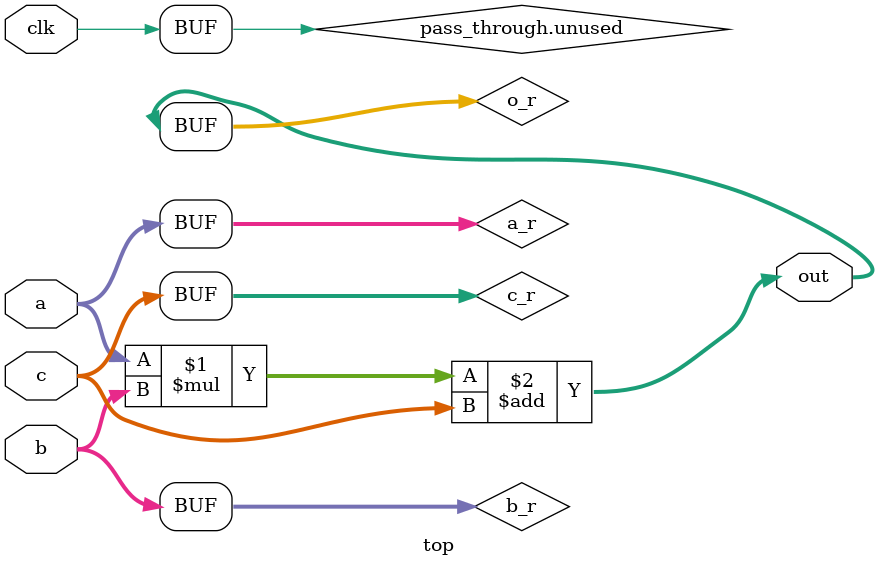
<source format=sv>

`include "bsg_defines.sv"

(* use_dsp = "yes" *) module top(
	input  [15:0] a,
	input  [15:0] b,
	input  [29:0] c,
	output [30:0] out,
    input clk);

    localparam pre_pipeline_lp = 0;
    localparam post_pipeline_lp = 0;
    localparam width_a_p = 16;
    localparam width_b_p = 16;
    localparam width_c_p = 30;
    localparam width_o_p = 31;
    localparam width_p = width_a_p + width_b_p + width_c_p;
    localparam num_stages_p = pre_pipeline_lp;


    wire [width_a_p-1:0] a_r;
    wire [width_b_p-1:0] b_r;
    wire [width_c_p-1:0] c_r;

    if (num_stages_p == 0) begin:pass_through 
        wire unused = clk;
        assign a_r = a;
        assign b_r = b;
        assign c_r = c;
    end:pass_through

    wire [width_o_p-1:0] o_r = a_r * b_r + c_r;

	assign out = o_r;
endmodule

// CHECK: module test_module(a, b, c, clk, out);
// CHECK:   DSP48E2 #(
// CHECK: endmodule


</source>
